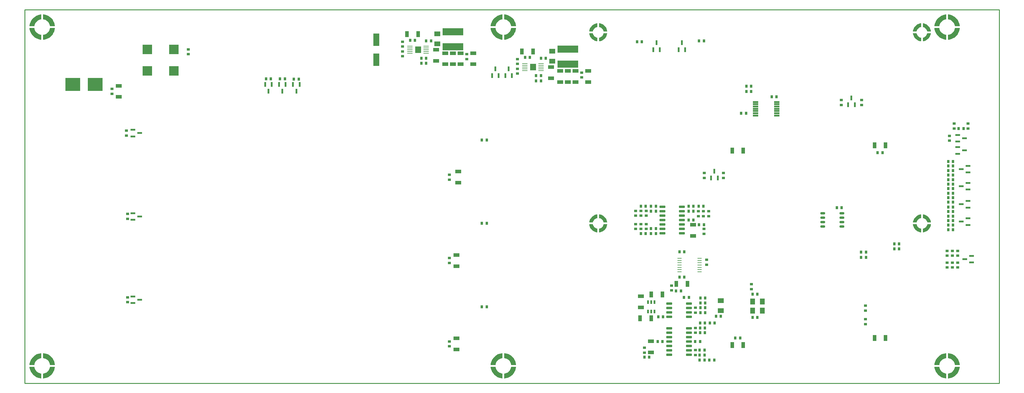
<source format=gtp>
G04 Layer_Color=10723209*
%FSLAX43Y43*%
%MOMM*%
G71*
G01*
G75*
%ADD10R,2.700X2.700*%
%ADD12R,6.000X2.000*%
%ADD13R,0.600X1.000*%
%ADD14R,1.350X0.600*%
%ADD15O,1.450X0.650*%
%ADD16R,1.800X1.340*%
%ADD17R,0.800X0.900*%
G04:AMPARAMS|DCode=18|XSize=0.45mm|YSize=1.6mm|CornerRadius=0.05mm|HoleSize=0mm|Usage=FLASHONLY|Rotation=90.000|XOffset=0mm|YOffset=0mm|HoleType=Round|Shape=RoundedRectangle|*
%AMROUNDEDRECTD18*
21,1,0.450,1.501,0,0,90.0*
21,1,0.351,1.600,0,0,90.0*
1,1,0.099,0.750,0.175*
1,1,0.099,0.750,-0.175*
1,1,0.099,-0.750,-0.175*
1,1,0.099,-0.750,0.175*
%
%ADD18ROUNDEDRECTD18*%
%ADD19R,4.240X3.810*%
%ADD20R,1.800X3.550*%
G04:AMPARAMS|DCode=22|XSize=0.65mm|YSize=1.65mm|CornerRadius=0.049mm|HoleSize=0mm|Usage=FLASHONLY|Rotation=90.000|XOffset=0mm|YOffset=0mm|HoleType=Round|Shape=RoundedRectangle|*
%AMROUNDEDRECTD22*
21,1,0.650,1.552,0,0,90.0*
21,1,0.552,1.650,0,0,90.0*
1,1,0.098,0.776,0.276*
1,1,0.098,0.776,-0.276*
1,1,0.098,-0.776,-0.276*
1,1,0.098,-0.776,0.276*
%
%ADD22ROUNDEDRECTD22*%
%ADD23R,1.700X1.000*%
%ADD24R,0.900X0.800*%
G04:AMPARAMS|DCode=26|XSize=1.73mm|YSize=1.9mm|CornerRadius=0.052mm|HoleSize=0mm|Usage=FLASHONLY|Rotation=0.000|XOffset=0mm|YOffset=0mm|HoleType=Round|Shape=RoundedRectangle|*
%AMROUNDEDRECTD26*
21,1,1.730,1.796,0,0,0.0*
21,1,1.626,1.900,0,0,0.0*
1,1,0.104,0.813,-0.898*
1,1,0.104,-0.813,-0.898*
1,1,0.104,-0.813,0.898*
1,1,0.104,0.813,0.898*
%
%ADD26ROUNDEDRECTD26*%
%ADD27R,0.600X1.350*%
%ADD28R,1.340X1.800*%
%ADD29R,1.000X1.700*%
%ADD38C,0.254*%
%ADD76O,1.300X0.250*%
G04:AMPARAMS|DCode=77|XSize=0.2mm|YSize=1.45mm|CornerRadius=0mm|HoleSize=0mm|Usage=FLASHONLY|Rotation=90.000|XOffset=0mm|YOffset=0mm|HoleType=Round|Shape=RoundedRectangle|*
%AMROUNDEDRECTD77*
21,1,0.200,1.450,0,0,90.0*
21,1,0.200,1.450,0,0,90.0*
1,1,0.000,0.725,0.100*
1,1,0.000,0.725,-0.100*
1,1,0.000,-0.725,-0.100*
1,1,0.000,-0.725,0.100*
%
%ADD77ROUNDEDRECTD77*%
G36*
X256240Y45750D02*
X256264Y45632D01*
X256340Y45402D01*
X256450Y45188D01*
X256592Y44993D01*
X256763Y44822D01*
X256958Y44680D01*
X257172Y44570D01*
X257402Y44494D01*
X257520Y44470D01*
X257520Y44470D01*
X257520D01*
X257520Y43412D01*
X257297Y43434D01*
X256864Y43553D01*
X256457Y43744D01*
X256090Y44003D01*
X255773Y44320D01*
X255514Y44688D01*
X255323Y45094D01*
X255204Y45527D01*
X255182Y45750D01*
Y45750D01*
X256241D01*
X256240Y45750D01*
D02*
G37*
G36*
X167338Y45750D02*
X167316Y45527D01*
X167197Y45094D01*
X167006Y44688D01*
X166747Y44320D01*
X166430Y44003D01*
X166062Y43744D01*
X165656Y43553D01*
X165223Y43434D01*
X165000Y43412D01*
X165000D01*
Y44471D01*
X165000Y44470D01*
X165118Y44494D01*
X165348Y44570D01*
X165562Y44680D01*
X165757Y44822D01*
X165928Y44993D01*
X166070Y45188D01*
X166180Y45402D01*
X166256Y45632D01*
X166280Y45750D01*
Y45750D01*
Y45750D01*
X167338Y45750D01*
D02*
G37*
G36*
X163220Y45750D02*
X163244Y45632D01*
X163320Y45402D01*
X163430Y45188D01*
X163572Y44993D01*
X163743Y44822D01*
X163938Y44680D01*
X164152Y44570D01*
X164382Y44494D01*
X164500Y44470D01*
X164500Y44470D01*
X164500D01*
X164500Y43412D01*
X164277Y43434D01*
X163844Y43553D01*
X163438Y43744D01*
X163070Y44003D01*
X162753Y44320D01*
X162494Y44688D01*
X162303Y45094D01*
X162184Y45527D01*
X162162Y45750D01*
Y45750D01*
X163221D01*
X163220Y45750D01*
D02*
G37*
G36*
X141141Y5250D02*
Y5250D01*
D01*
Y5250D01*
D02*
G37*
G36*
X137250Y8641D02*
Y7236D01*
X137250D01*
Y7236D01*
X137063Y7207D01*
X136699Y7103D01*
X136358Y6938D01*
X136049Y6719D01*
X135781Y6452D01*
X135562Y6143D01*
X135398Y5801D01*
X135293Y5437D01*
X135264Y5250D01*
Y5250D01*
X133859D01*
X133874Y5468D01*
X133955Y5897D01*
X134087Y6313D01*
X134268Y6710D01*
X134495Y7083D01*
X134765Y7427D01*
X135074Y7735D01*
X135417Y8005D01*
X135790Y8232D01*
X136187Y8413D01*
X136603Y8545D01*
X137032Y8626D01*
X137250Y8641D01*
D01*
X137250D01*
X137250D01*
D02*
G37*
G36*
X260358Y45750D02*
X260336Y45527D01*
X260217Y45094D01*
X260026Y44688D01*
X259767Y44320D01*
X259450Y44003D01*
X259082Y43744D01*
X258676Y43553D01*
X258243Y43434D01*
X258020Y43412D01*
X258020D01*
Y44471D01*
X258020Y44470D01*
X258138Y44494D01*
X258368Y44570D01*
X258582Y44680D01*
X258777Y44822D01*
X258948Y44993D01*
X259090Y45188D01*
X259200Y45402D01*
X259276Y45632D01*
X259300Y45750D01*
Y45750D01*
Y45750D01*
X260358Y45750D01*
D02*
G37*
G36*
X257520Y47529D02*
X257520Y47530D01*
X257402Y47506D01*
X257172Y47430D01*
X256958Y47320D01*
X256763Y47178D01*
X256592Y47007D01*
X256450Y46812D01*
X256340Y46598D01*
X256264Y46368D01*
X256240Y46250D01*
X256240D01*
Y46250D01*
X255182D01*
X255204Y46473D01*
X255323Y46906D01*
X255514Y47312D01*
X255773Y47680D01*
X256090Y47997D01*
X256457Y48256D01*
X256864Y48447D01*
X257297Y48566D01*
X257520Y48588D01*
Y48588D01*
X257520D01*
Y47529D01*
D02*
G37*
G36*
X163220Y100750D02*
X163244Y100632D01*
X163320Y100402D01*
X163430Y100188D01*
X163572Y99993D01*
X163743Y99822D01*
X163938Y99680D01*
X164152Y99570D01*
X164382Y99494D01*
X164500Y99470D01*
X164500Y99470D01*
X164500D01*
X164500Y98412D01*
X164277Y98434D01*
X163844Y98553D01*
X163438Y98744D01*
X163070Y99003D01*
X162753Y99320D01*
X162494Y99688D01*
X162303Y100094D01*
X162184Y100527D01*
X162162Y100750D01*
Y100750D01*
X163221D01*
X163220Y100750D01*
D02*
G37*
G36*
X164500Y47529D02*
X164500Y47530D01*
X164382Y47506D01*
X164152Y47430D01*
X163938Y47320D01*
X163743Y47178D01*
X163572Y47007D01*
X163430Y46812D01*
X163320Y46598D01*
X163244Y46368D01*
X163220Y46250D01*
X163220D01*
Y46250D01*
X162162D01*
X162184Y46473D01*
X162303Y46906D01*
X162494Y47312D01*
X162753Y47680D01*
X163070Y47997D01*
X163438Y48256D01*
X163844Y48447D01*
X164277Y48566D01*
X164500Y48588D01*
Y48588D01*
X164500D01*
Y47529D01*
D02*
G37*
G36*
X165223Y48566D02*
X165656Y48447D01*
X166062Y48256D01*
X166430Y47997D01*
X166747Y47680D01*
X167006Y47312D01*
X167197Y46906D01*
X167316Y46473D01*
X167338Y46250D01*
X167338Y46250D01*
Y46250D01*
X166279D01*
X166280Y46250D01*
X166256Y46368D01*
X166180Y46598D01*
X166070Y46812D01*
X165928Y47007D01*
X165757Y47178D01*
X165562Y47320D01*
X165348Y47430D01*
X165118Y47506D01*
X165000Y47530D01*
X165000D01*
Y48588D01*
X165223Y48566D01*
D02*
G37*
G36*
X258243D02*
X258676Y48447D01*
X259082Y48256D01*
X259450Y47997D01*
X259767Y47680D01*
X260026Y47312D01*
X260217Y46906D01*
X260336Y46473D01*
X260358Y46250D01*
X260358Y46250D01*
Y46250D01*
X259299D01*
X259300Y46250D01*
X259276Y46368D01*
X259200Y46598D01*
X259090Y46812D01*
X258948Y47007D01*
X258777Y47178D01*
X258582Y47320D01*
X258368Y47430D01*
X258138Y47506D01*
X258020Y47530D01*
X258020D01*
Y48588D01*
X258243Y48566D01*
D02*
G37*
G36*
X2793Y4563D02*
X2897Y4199D01*
X3062Y3858D01*
X3281Y3549D01*
X3548Y3281D01*
X3857Y3062D01*
X4199Y2898D01*
X4563Y2793D01*
X4750Y2764D01*
X4750D01*
Y1359D01*
X4750Y1359D01*
X4532Y1374D01*
X4103Y1455D01*
X3687Y1587D01*
X3290Y1768D01*
X2917Y1995D01*
X2573Y2265D01*
X2265Y2573D01*
X1995Y2917D01*
X1768Y3290D01*
X1587Y3687D01*
X1455Y4103D01*
X1374Y4532D01*
X1359Y4750D01*
X1359Y4750D01*
X2764D01*
Y4750D01*
X2793Y4563D01*
D02*
G37*
G36*
X262793D02*
X262897Y4199D01*
X263062Y3858D01*
X263281Y3549D01*
X263548Y3281D01*
X263857Y3062D01*
X264199Y2898D01*
X264563Y2793D01*
X264750Y2764D01*
X264750D01*
Y1359D01*
X264750Y1359D01*
X264532Y1374D01*
X264103Y1455D01*
X263687Y1587D01*
X263290Y1768D01*
X262917Y1995D01*
X262573Y2265D01*
X262265Y2573D01*
X261995Y2917D01*
X261768Y3290D01*
X261587Y3687D01*
X261455Y4103D01*
X261374Y4532D01*
X261359Y4750D01*
X261359Y4750D01*
X262764D01*
Y4750D01*
X262793Y4563D01*
D02*
G37*
G36*
X141141Y4750D02*
X141126Y4532D01*
X141045Y4103D01*
X140913Y3687D01*
X140732Y3290D01*
X140505Y2917D01*
X140235Y2573D01*
X139926Y2265D01*
X139583Y1995D01*
X139210Y1768D01*
X138813Y1587D01*
X138397Y1455D01*
X137968Y1374D01*
X137750Y1359D01*
X137750Y1359D01*
Y2764D01*
X137750D01*
X137937Y2793D01*
X138301Y2897D01*
X138642Y3062D01*
X138951Y3281D01*
X139219Y3548D01*
X139438Y3857D01*
X139602Y4199D01*
X139707Y4563D01*
X139736Y4750D01*
X139736Y4750D01*
X141141D01*
Y4750D01*
D02*
G37*
G36*
X8641Y4750D02*
X8626Y4532D01*
X8545Y4103D01*
X8413Y3687D01*
X8232Y3290D01*
X8005Y2917D01*
X7735Y2573D01*
X7426Y2265D01*
X7083Y1995D01*
X6710Y1768D01*
X6313Y1587D01*
X5897Y1455D01*
X5468Y1373D01*
X5250Y1359D01*
X5250Y1359D01*
Y2764D01*
X5250D01*
X5437Y2793D01*
X5801Y2897D01*
X6142Y3062D01*
X6451Y3281D01*
X6719Y3548D01*
X6938Y3857D01*
X7102Y4199D01*
X7207Y4563D01*
X7236Y4750D01*
X7236Y4750D01*
X8641D01*
Y4750D01*
D02*
G37*
G36*
X268641D02*
X268626Y4532D01*
X268545Y4103D01*
X268413Y3687D01*
X268232Y3290D01*
X268005Y2917D01*
X267735Y2573D01*
X267427Y2265D01*
X267083Y1995D01*
X266710Y1768D01*
X266313Y1587D01*
X265897Y1455D01*
X265468Y1373D01*
X265250Y1359D01*
X265250Y1359D01*
Y2764D01*
X265250D01*
X265437Y2793D01*
X265801Y2897D01*
X266142Y3062D01*
X266451Y3281D01*
X266719Y3548D01*
X266938Y3857D01*
X267102Y4199D01*
X267207Y4563D01*
X267236Y4750D01*
X267236Y4750D01*
X268641D01*
Y4750D01*
D02*
G37*
G36*
X135293Y4563D02*
X135397Y4199D01*
X135562Y3858D01*
X135781Y3549D01*
X136048Y3281D01*
X136357Y3062D01*
X136699Y2898D01*
X137063Y2793D01*
X137250Y2764D01*
X137250D01*
Y1359D01*
X137250Y1359D01*
X137032Y1374D01*
X136603Y1455D01*
X136187Y1587D01*
X135790Y1768D01*
X135417Y1995D01*
X135073Y2265D01*
X134765Y2573D01*
X134495Y2917D01*
X134268Y3290D01*
X134087Y3687D01*
X133955Y4103D01*
X133874Y4532D01*
X133859Y4750D01*
X133859Y4750D01*
X135264D01*
Y4750D01*
X135293Y4563D01*
D02*
G37*
G36*
X4750Y8641D02*
Y7236D01*
X4750D01*
Y7236D01*
X4563Y7207D01*
X4199Y7102D01*
X3858Y6938D01*
X3549Y6719D01*
X3281Y6452D01*
X3062Y6143D01*
X2898Y5801D01*
X2793Y5437D01*
X2764Y5250D01*
Y5250D01*
X1359D01*
X1374Y5468D01*
X1455Y5897D01*
X1587Y6313D01*
X1768Y6710D01*
X1995Y7083D01*
X2265Y7427D01*
X2573Y7735D01*
X2917Y8005D01*
X3290Y8232D01*
X3687Y8413D01*
X4103Y8545D01*
X4532Y8626D01*
X4750Y8641D01*
D01*
X4750D01*
X4750D01*
D02*
G37*
G36*
X264750D02*
Y7236D01*
X264750D01*
Y7236D01*
X264563Y7207D01*
X264199Y7102D01*
X263858Y6938D01*
X263549Y6719D01*
X263281Y6452D01*
X263062Y6143D01*
X262898Y5801D01*
X262793Y5437D01*
X262764Y5250D01*
Y5250D01*
X261359D01*
X261374Y5468D01*
X261455Y5897D01*
X261587Y6313D01*
X261768Y6710D01*
X261995Y7083D01*
X262265Y7427D01*
X262573Y7735D01*
X262917Y8005D01*
X263290Y8232D01*
X263687Y8413D01*
X264103Y8545D01*
X264532Y8626D01*
X264750Y8641D01*
D01*
X264750D01*
X264750D01*
D02*
G37*
G36*
X265468Y8626D02*
X265897Y8545D01*
X266313Y8413D01*
X266710Y8232D01*
X267083Y8005D01*
X267427Y7735D01*
X267735Y7426D01*
X268005Y7083D01*
X268232Y6710D01*
X268413Y6313D01*
X268545Y5897D01*
X268626Y5468D01*
X268641Y5250D01*
D01*
Y5250D01*
Y5250D01*
X267236D01*
Y5250D01*
X267236Y5250D01*
X267207Y5437D01*
X267103Y5801D01*
X266938Y6142D01*
X266719Y6451D01*
X266452Y6719D01*
X266143Y6938D01*
X265801Y7102D01*
X265437Y7207D01*
X265250Y7236D01*
X265250Y7236D01*
Y8641D01*
X265468Y8626D01*
D02*
G37*
G36*
X5468D02*
X5897Y8545D01*
X6313Y8413D01*
X6710Y8232D01*
X7083Y8005D01*
X7427Y7735D01*
X7735Y7426D01*
X8005Y7083D01*
X8232Y6710D01*
X8413Y6313D01*
X8545Y5897D01*
X8626Y5468D01*
X8641Y5250D01*
D01*
Y5250D01*
Y5250D01*
X7236D01*
Y5250D01*
X7236Y5250D01*
X7207Y5437D01*
X7103Y5801D01*
X6938Y6142D01*
X6719Y6451D01*
X6452Y6719D01*
X6143Y6938D01*
X5801Y7102D01*
X5437Y7207D01*
X5250Y7236D01*
X5250Y7236D01*
Y8641D01*
X5468Y8626D01*
D02*
G37*
G36*
X137968Y8626D02*
X138397Y8545D01*
X138813Y8413D01*
X139210Y8232D01*
X139583Y8005D01*
X139927Y7735D01*
X140235Y7426D01*
X140505Y7083D01*
X140732Y6710D01*
X140913Y6313D01*
X141045Y5897D01*
X141126Y5468D01*
X141141Y5250D01*
X139736D01*
Y5250D01*
X139736Y5250D01*
X139707Y5437D01*
X139603Y5801D01*
X139438Y6142D01*
X139219Y6451D01*
X138952Y6719D01*
X138643Y6938D01*
X138301Y7102D01*
X137937Y7207D01*
X137750Y7236D01*
X137750Y7236D01*
Y8641D01*
X137968Y8626D01*
D02*
G37*
G36*
X256220Y100750D02*
X256244Y100632D01*
X256320Y100402D01*
X256430Y100188D01*
X256572Y99993D01*
X256743Y99822D01*
X256938Y99680D01*
X257152Y99570D01*
X257382Y99494D01*
X257500Y99470D01*
X257500Y99470D01*
X257500D01*
X257500Y98412D01*
X257277Y98434D01*
X256844Y98553D01*
X256438Y98744D01*
X256070Y99003D01*
X255753Y99320D01*
X255494Y99688D01*
X255303Y100094D01*
X255184Y100527D01*
X255162Y100750D01*
Y100750D01*
X256221D01*
X256220Y100750D01*
D02*
G37*
G36*
X141141Y102750D02*
Y102750D01*
D01*
Y102750D01*
D02*
G37*
G36*
X265468Y106126D02*
X265897Y106045D01*
X266313Y105913D01*
X266710Y105732D01*
X267083Y105505D01*
X267427Y105235D01*
X267735Y104926D01*
X268005Y104583D01*
X268232Y104210D01*
X268413Y103813D01*
X268545Y103397D01*
X268626Y102968D01*
X268641Y102750D01*
D01*
Y102750D01*
Y102750D01*
X267236D01*
Y102750D01*
X267236Y102750D01*
X267207Y102937D01*
X267103Y103301D01*
X266938Y103642D01*
X266719Y103951D01*
X266452Y104219D01*
X266143Y104438D01*
X265801Y104602D01*
X265437Y104707D01*
X265250Y104736D01*
X265250Y104736D01*
Y106141D01*
X265468Y106126D01*
D02*
G37*
G36*
X5468D02*
X5897Y106045D01*
X6313Y105913D01*
X6710Y105732D01*
X7083Y105505D01*
X7427Y105235D01*
X7735Y104926D01*
X8005Y104583D01*
X8232Y104210D01*
X8413Y103813D01*
X8545Y103397D01*
X8626Y102968D01*
X8641Y102750D01*
D01*
Y102750D01*
Y102750D01*
X7236D01*
Y102750D01*
X7236Y102750D01*
X7207Y102937D01*
X7103Y103301D01*
X6938Y103642D01*
X6719Y103951D01*
X6452Y104219D01*
X6143Y104438D01*
X5801Y104602D01*
X5437Y104707D01*
X5250Y104736D01*
X5250Y104736D01*
Y106141D01*
X5468Y106126D01*
D02*
G37*
G36*
X257500Y102529D02*
X257500Y102530D01*
X257382Y102506D01*
X257152Y102430D01*
X256938Y102320D01*
X256743Y102178D01*
X256572Y102007D01*
X256430Y101812D01*
X256320Y101598D01*
X256244Y101368D01*
X256220Y101250D01*
X256220D01*
Y101250D01*
X255162D01*
X255184Y101473D01*
X255303Y101906D01*
X255494Y102312D01*
X255753Y102680D01*
X256070Y102997D01*
X256438Y103256D01*
X256844Y103447D01*
X257277Y103566D01*
X257500Y103588D01*
Y103588D01*
X257500D01*
Y102529D01*
D02*
G37*
G36*
X137968Y106126D02*
X138397Y106045D01*
X138813Y105913D01*
X139210Y105732D01*
X139583Y105505D01*
X139927Y105235D01*
X140235Y104926D01*
X140505Y104583D01*
X140732Y104210D01*
X140913Y103813D01*
X141045Y103397D01*
X141126Y102968D01*
X141141Y102750D01*
X139736D01*
Y102750D01*
X139736Y102750D01*
X139707Y102937D01*
X139603Y103301D01*
X139438Y103642D01*
X139219Y103951D01*
X138952Y104219D01*
X138643Y104438D01*
X138301Y104602D01*
X137937Y104707D01*
X137750Y104736D01*
X137750Y104736D01*
Y106141D01*
X137968Y106126D01*
D02*
G37*
G36*
X4750Y104736D02*
X4750D01*
Y104736D01*
X4563Y104707D01*
X4199Y104603D01*
X3858Y104438D01*
X3549Y104219D01*
X3281Y103952D01*
X3062Y103643D01*
X2898Y103301D01*
X2793Y102937D01*
X2764Y102750D01*
Y102750D01*
X1359D01*
X1374Y102968D01*
X1455Y103397D01*
X1587Y103813D01*
X1768Y104210D01*
X1995Y104583D01*
X2265Y104927D01*
X2573Y105235D01*
X2917Y105505D01*
X3290Y105732D01*
X3687Y105913D01*
X4103Y106045D01*
X4532Y106126D01*
X4750Y106141D01*
Y104736D01*
D02*
G37*
G36*
X137250Y106141D02*
D01*
X137250D01*
X137250D01*
D02*
G37*
G36*
X264750D02*
D01*
X264750D01*
X264750D01*
D02*
G37*
G36*
X4750D02*
D01*
X4750D01*
X4750D01*
D02*
G37*
G36*
X137250Y104736D02*
X137250D01*
Y104736D01*
X137063Y104707D01*
X136699Y104603D01*
X136358Y104438D01*
X136049Y104219D01*
X135781Y103952D01*
X135562Y103643D01*
X135398Y103301D01*
X135293Y102937D01*
X135264Y102750D01*
Y102750D01*
X133859D01*
X133874Y102968D01*
X133955Y103397D01*
X134087Y103813D01*
X134268Y104210D01*
X134495Y104583D01*
X134765Y104927D01*
X135074Y105235D01*
X135417Y105505D01*
X135790Y105732D01*
X136187Y105913D01*
X136603Y106045D01*
X137032Y106126D01*
X137250Y106141D01*
Y104736D01*
D02*
G37*
G36*
X264750D02*
X264750D01*
Y104736D01*
X264563Y104707D01*
X264199Y104603D01*
X263858Y104438D01*
X263549Y104219D01*
X263281Y103952D01*
X263062Y103643D01*
X262898Y103301D01*
X262793Y102937D01*
X262764Y102750D01*
Y102750D01*
X261359D01*
X261374Y102968D01*
X261455Y103397D01*
X261587Y103813D01*
X261768Y104210D01*
X261995Y104583D01*
X262265Y104927D01*
X262573Y105235D01*
X262917Y105505D01*
X263290Y105732D01*
X263687Y105913D01*
X264103Y106045D01*
X264532Y106126D01*
X264750Y106141D01*
Y104736D01*
D02*
G37*
G36*
X167338Y100750D02*
X167316Y100527D01*
X167197Y100094D01*
X167006Y99688D01*
X166747Y99320D01*
X166430Y99003D01*
X166062Y98744D01*
X165656Y98553D01*
X165223Y98434D01*
X165000Y98412D01*
X165000D01*
Y99471D01*
X165000Y99470D01*
X165118Y99494D01*
X165348Y99570D01*
X165562Y99680D01*
X165757Y99822D01*
X165928Y99993D01*
X166070Y100188D01*
X166180Y100402D01*
X166256Y100632D01*
X166280Y100750D01*
Y100750D01*
Y100750D01*
X167338Y100750D01*
D02*
G37*
G36*
X260338D02*
X260316Y100527D01*
X260197Y100094D01*
X260006Y99688D01*
X259747Y99320D01*
X259430Y99003D01*
X259062Y98744D01*
X258656Y98553D01*
X258223Y98434D01*
X258000Y98412D01*
X258000D01*
Y99471D01*
X258000Y99470D01*
X258118Y99494D01*
X258348Y99570D01*
X258562Y99680D01*
X258757Y99822D01*
X258928Y99993D01*
X259070Y100188D01*
X259180Y100402D01*
X259256Y100632D01*
X259280Y100750D01*
Y100750D01*
Y100750D01*
X260338Y100750D01*
D02*
G37*
G36*
X268641Y102250D02*
X268626Y102032D01*
X268545Y101603D01*
X268413Y101187D01*
X268232Y100790D01*
X268005Y100417D01*
X267735Y100073D01*
X267427Y99765D01*
X267083Y99495D01*
X266710Y99268D01*
X266313Y99087D01*
X265897Y98955D01*
X265468Y98874D01*
X265250Y98859D01*
X265250Y98859D01*
Y100264D01*
X265250D01*
X265437Y100293D01*
X265801Y100397D01*
X266142Y100562D01*
X266451Y100781D01*
X266719Y101048D01*
X266938Y101357D01*
X267102Y101699D01*
X267207Y102063D01*
X267236Y102250D01*
X267236Y102250D01*
X268641D01*
Y102250D01*
D02*
G37*
G36*
X8641D02*
X8626Y102032D01*
X8545Y101603D01*
X8413Y101187D01*
X8232Y100790D01*
X8005Y100417D01*
X7735Y100073D01*
X7426Y99765D01*
X7083Y99495D01*
X6710Y99268D01*
X6313Y99087D01*
X5897Y98955D01*
X5468Y98874D01*
X5250Y98859D01*
X5250Y98859D01*
Y100264D01*
X5250D01*
X5437Y100293D01*
X5801Y100397D01*
X6142Y100562D01*
X6451Y100781D01*
X6719Y101048D01*
X6938Y101357D01*
X7102Y101699D01*
X7207Y102063D01*
X7236Y102250D01*
X7236Y102250D01*
X8641D01*
Y102250D01*
D02*
G37*
G36*
X141141D02*
X141126Y102032D01*
X141045Y101603D01*
X140913Y101187D01*
X140732Y100790D01*
X140505Y100417D01*
X140235Y100073D01*
X139926Y99765D01*
X139583Y99495D01*
X139210Y99268D01*
X138813Y99087D01*
X138397Y98955D01*
X137968Y98874D01*
X137750Y98859D01*
X137750Y98859D01*
Y100264D01*
X137750D01*
X137937Y100293D01*
X138301Y100397D01*
X138642Y100562D01*
X138951Y100781D01*
X139219Y101048D01*
X139438Y101357D01*
X139602Y101699D01*
X139707Y102063D01*
X139736Y102250D01*
X139736Y102250D01*
X141141D01*
Y102250D01*
D02*
G37*
G36*
X165223Y103566D02*
X165656Y103447D01*
X166062Y103256D01*
X166430Y102997D01*
X166747Y102680D01*
X167006Y102312D01*
X167197Y101906D01*
X167316Y101473D01*
X167338Y101250D01*
X167338Y101250D01*
Y101250D01*
X166279D01*
X166280Y101250D01*
X166256Y101368D01*
X166180Y101598D01*
X166070Y101812D01*
X165928Y102007D01*
X165757Y102178D01*
X165562Y102320D01*
X165348Y102430D01*
X165118Y102506D01*
X165000Y102530D01*
X165000D01*
Y103588D01*
X165223Y103566D01*
D02*
G37*
G36*
X262793Y102063D02*
X262897Y101699D01*
X263062Y101358D01*
X263281Y101049D01*
X263548Y100781D01*
X263857Y100562D01*
X264199Y100398D01*
X264563Y100293D01*
X264750Y100264D01*
X264750D01*
Y98859D01*
X264750Y98859D01*
X264532Y98874D01*
X264103Y98955D01*
X263687Y99087D01*
X263290Y99268D01*
X262917Y99495D01*
X262573Y99765D01*
X262265Y100074D01*
X261995Y100417D01*
X261768Y100790D01*
X261587Y101187D01*
X261455Y101603D01*
X261374Y102032D01*
X261359Y102250D01*
X261359Y102250D01*
X262764D01*
Y102250D01*
X262793Y102063D01*
D02*
G37*
G36*
X164500Y102529D02*
X164500Y102530D01*
X164382Y102506D01*
X164152Y102430D01*
X163938Y102320D01*
X163743Y102178D01*
X163572Y102007D01*
X163430Y101812D01*
X163320Y101598D01*
X163244Y101368D01*
X163220Y101250D01*
X163220D01*
Y101250D01*
X162162D01*
X162184Y101473D01*
X162303Y101906D01*
X162494Y102312D01*
X162753Y102680D01*
X163070Y102997D01*
X163438Y103256D01*
X163844Y103447D01*
X164277Y103566D01*
X164500Y103588D01*
Y103588D01*
X164500D01*
Y102529D01*
D02*
G37*
G36*
X135293Y102063D02*
X135397Y101699D01*
X135562Y101358D01*
X135781Y101049D01*
X136048Y100781D01*
X136357Y100562D01*
X136699Y100398D01*
X137063Y100293D01*
X137250Y100264D01*
X137250D01*
Y98859D01*
X137250Y98859D01*
X137032Y98874D01*
X136603Y98955D01*
X136187Y99087D01*
X135790Y99268D01*
X135417Y99495D01*
X135073Y99765D01*
X134765Y100074D01*
X134495Y100417D01*
X134268Y100790D01*
X134087Y101187D01*
X133955Y101603D01*
X133874Y102032D01*
X133859Y102250D01*
X133859Y102250D01*
X135264D01*
Y102250D01*
X135293Y102063D01*
D02*
G37*
G36*
X258223Y103566D02*
X258656Y103447D01*
X259062Y103256D01*
X259430Y102997D01*
X259747Y102680D01*
X260006Y102312D01*
X260197Y101906D01*
X260316Y101473D01*
X260338Y101250D01*
X260338Y101250D01*
Y101250D01*
X259279D01*
X259280Y101250D01*
X259256Y101368D01*
X259180Y101598D01*
X259070Y101812D01*
X258928Y102007D01*
X258757Y102178D01*
X258562Y102320D01*
X258348Y102430D01*
X258118Y102506D01*
X258000Y102530D01*
X258000D01*
Y103588D01*
X258223Y103566D01*
D02*
G37*
G36*
X2793Y102063D02*
X2897Y101699D01*
X3062Y101358D01*
X3281Y101049D01*
X3548Y100781D01*
X3857Y100562D01*
X4199Y100398D01*
X4563Y100293D01*
X4750Y100264D01*
X4750D01*
Y98859D01*
X4750Y98859D01*
X4532Y98874D01*
X4103Y98955D01*
X3687Y99087D01*
X3290Y99268D01*
X2917Y99495D01*
X2573Y99765D01*
X2265Y100074D01*
X1995Y100417D01*
X1768Y100790D01*
X1587Y101187D01*
X1455Y101603D01*
X1374Y102032D01*
X1359Y102250D01*
X1359Y102250D01*
X2764D01*
Y102250D01*
X2793Y102063D01*
D02*
G37*
D10*
X35190Y96110D02*
D03*
X42810D02*
D03*
Y89890D02*
D03*
X35190D02*
D03*
D12*
X156000Y96150D02*
D03*
Y91850D02*
D03*
X123000Y101150D02*
D03*
Y96850D02*
D03*
D13*
X179050Y23375D02*
D03*
X180000D02*
D03*
X180950D02*
D03*
Y20625D02*
D03*
X180000D02*
D03*
X179050D02*
D03*
D14*
X268025Y71450D02*
D03*
Y69550D02*
D03*
X269975Y70500D02*
D03*
Y67000D02*
D03*
X268025Y66050D02*
D03*
Y67950D02*
D03*
X32975Y72000D02*
D03*
X31025Y71050D02*
D03*
Y72950D02*
D03*
X32975Y48000D02*
D03*
X31025Y47050D02*
D03*
Y48950D02*
D03*
X32975Y24000D02*
D03*
X31025Y23050D02*
D03*
Y24950D02*
D03*
X269025Y61600D02*
D03*
X270975Y62550D02*
D03*
Y60650D02*
D03*
X269025Y56700D02*
D03*
X270975Y57650D02*
D03*
Y55750D02*
D03*
X269025Y51500D02*
D03*
X270975Y52450D02*
D03*
Y50550D02*
D03*
X269025Y46500D02*
D03*
X270975Y47450D02*
D03*
Y45550D02*
D03*
X271975Y34750D02*
D03*
Y36650D02*
D03*
X270025Y35700D02*
D03*
D15*
X229275Y48905D02*
D03*
Y47635D02*
D03*
Y46365D02*
D03*
Y45095D02*
D03*
X234725Y48905D02*
D03*
Y47635D02*
D03*
Y46365D02*
D03*
Y45095D02*
D03*
D16*
X151500Y92670D02*
D03*
Y95530D02*
D03*
X200000Y20870D02*
D03*
Y23730D02*
D03*
X118500Y100530D02*
D03*
Y97670D02*
D03*
D17*
X241700Y36200D02*
D03*
X240300D02*
D03*
X269700Y73300D02*
D03*
X268300D02*
D03*
X193700Y98500D02*
D03*
X195100D02*
D03*
X210500Y25600D02*
D03*
X209100D02*
D03*
X198600Y19300D02*
D03*
X200000D02*
D03*
X210500Y18900D02*
D03*
X209100D02*
D03*
X265300Y44200D02*
D03*
X266700D02*
D03*
X265300Y48100D02*
D03*
X266700D02*
D03*
X265300Y49400D02*
D03*
X266700D02*
D03*
X265300Y53400D02*
D03*
X266700D02*
D03*
X265300Y54700D02*
D03*
X266700D02*
D03*
X265300Y58600D02*
D03*
X266700D02*
D03*
X265300Y59900D02*
D03*
X266700D02*
D03*
X265300Y63800D02*
D03*
X266700D02*
D03*
Y62500D02*
D03*
X265300D02*
D03*
X266700Y61200D02*
D03*
X265300D02*
D03*
X266700Y57300D02*
D03*
X265300D02*
D03*
X266700Y56000D02*
D03*
X265300D02*
D03*
X195300Y9500D02*
D03*
X193900D02*
D03*
Y6700D02*
D03*
X195300D02*
D03*
Y8100D02*
D03*
X193900D02*
D03*
X189400Y24700D02*
D03*
X190800D02*
D03*
X182000Y19100D02*
D03*
X183400D02*
D03*
X194000Y12000D02*
D03*
X192600D02*
D03*
X266700Y52100D02*
D03*
X265300D02*
D03*
X266700Y50700D02*
D03*
X265300D02*
D03*
X266700Y46800D02*
D03*
X265300D02*
D03*
X266700Y45500D02*
D03*
X265300D02*
D03*
X70700Y87600D02*
D03*
X69300D02*
D03*
X74700D02*
D03*
X73300D02*
D03*
X78700Y87500D02*
D03*
X77300D02*
D03*
X113900Y93500D02*
D03*
X115300D02*
D03*
Y92100D02*
D03*
X113900D02*
D03*
X146900Y88500D02*
D03*
X148300D02*
D03*
Y87000D02*
D03*
X146900D02*
D03*
X132700Y70000D02*
D03*
X131300D02*
D03*
X192100Y49500D02*
D03*
X190700D02*
D03*
Y50900D02*
D03*
X192100D02*
D03*
X132700Y46000D02*
D03*
X131300D02*
D03*
X179900Y49500D02*
D03*
X181300D02*
D03*
Y50900D02*
D03*
X179900D02*
D03*
X132700Y22000D02*
D03*
X131300D02*
D03*
X179900Y44500D02*
D03*
X181300D02*
D03*
Y43100D02*
D03*
X179900D02*
D03*
X195500Y20300D02*
D03*
X194100D02*
D03*
Y24500D02*
D03*
X195500D02*
D03*
Y21700D02*
D03*
X194100D02*
D03*
X195400Y14500D02*
D03*
X194000D02*
D03*
X195400Y15900D02*
D03*
X194000D02*
D03*
Y17300D02*
D03*
X195400D02*
D03*
X193700Y45600D02*
D03*
X195100D02*
D03*
X179400Y7500D02*
D03*
X178000D02*
D03*
X214600Y82400D02*
D03*
X216000D02*
D03*
X177300Y98300D02*
D03*
X175900D02*
D03*
X110700Y98700D02*
D03*
X112100D02*
D03*
X116700Y98500D02*
D03*
X115300D02*
D03*
X145100Y93800D02*
D03*
X143700D02*
D03*
X149700Y93500D02*
D03*
X148300D02*
D03*
X233300Y50500D02*
D03*
X234700D02*
D03*
X246430Y66370D02*
D03*
X245030D02*
D03*
X204130Y12970D02*
D03*
X205530D02*
D03*
X192100Y47000D02*
D03*
X190700D02*
D03*
X189500Y30500D02*
D03*
X188100D02*
D03*
X188500Y26600D02*
D03*
X187100D02*
D03*
X193600Y50900D02*
D03*
X195000D02*
D03*
X178400D02*
D03*
X177000D02*
D03*
X189500Y37800D02*
D03*
X188100D02*
D03*
X178400Y43100D02*
D03*
X177000D02*
D03*
X181800Y12000D02*
D03*
X183200D02*
D03*
X196700Y6700D02*
D03*
X198100D02*
D03*
X195500Y23100D02*
D03*
X194100D02*
D03*
X198200Y17300D02*
D03*
X196800D02*
D03*
X205800Y77700D02*
D03*
X207200D02*
D03*
X207300Y84000D02*
D03*
X208700D02*
D03*
X207300Y85500D02*
D03*
X208700D02*
D03*
X251200Y40100D02*
D03*
X249800D02*
D03*
X240300Y37700D02*
D03*
X241700D02*
D03*
X249800Y38700D02*
D03*
X251200D02*
D03*
D18*
X209950Y80950D02*
D03*
Y80300D02*
D03*
Y79650D02*
D03*
Y79000D02*
D03*
Y78350D02*
D03*
Y77700D02*
D03*
Y77050D02*
D03*
X216050Y80950D02*
D03*
Y80300D02*
D03*
Y79650D02*
D03*
Y79000D02*
D03*
Y78350D02*
D03*
Y77700D02*
D03*
Y77050D02*
D03*
D19*
X13815Y86000D02*
D03*
X20185D02*
D03*
D20*
X101000Y98875D02*
D03*
Y93125D02*
D03*
D22*
X185175Y15810D02*
D03*
Y14540D02*
D03*
Y13270D02*
D03*
Y12000D02*
D03*
Y10730D02*
D03*
Y9460D02*
D03*
Y8190D02*
D03*
X190825Y15810D02*
D03*
Y14540D02*
D03*
Y13270D02*
D03*
Y12000D02*
D03*
Y10730D02*
D03*
Y9460D02*
D03*
Y8190D02*
D03*
X185175Y22905D02*
D03*
Y21635D02*
D03*
Y20365D02*
D03*
Y19095D02*
D03*
X190825Y22905D02*
D03*
Y21635D02*
D03*
Y20365D02*
D03*
Y19095D02*
D03*
X188825Y43190D02*
D03*
Y44460D02*
D03*
Y45730D02*
D03*
Y47000D02*
D03*
Y48270D02*
D03*
Y49540D02*
D03*
Y50810D02*
D03*
X183175Y43190D02*
D03*
Y44460D02*
D03*
Y45730D02*
D03*
Y47000D02*
D03*
Y48270D02*
D03*
Y49540D02*
D03*
Y50810D02*
D03*
D23*
X179900Y8900D02*
D03*
Y12100D02*
D03*
X151200Y91000D02*
D03*
Y87800D02*
D03*
X128800Y91800D02*
D03*
Y95000D02*
D03*
X161900Y86700D02*
D03*
Y89900D02*
D03*
X125200Y95000D02*
D03*
Y91800D02*
D03*
X177000Y25000D02*
D03*
Y21800D02*
D03*
X118200Y96000D02*
D03*
Y92800D02*
D03*
X123000Y95000D02*
D03*
Y91800D02*
D03*
X120800Y95000D02*
D03*
Y91800D02*
D03*
X158200Y89900D02*
D03*
Y86700D02*
D03*
X156000Y89900D02*
D03*
Y86700D02*
D03*
X153800Y89900D02*
D03*
Y86700D02*
D03*
X27000Y85600D02*
D03*
Y82400D02*
D03*
X192000Y45600D02*
D03*
Y42400D02*
D03*
X124500Y60900D02*
D03*
Y57700D02*
D03*
X124000Y36900D02*
D03*
Y33700D02*
D03*
Y12900D02*
D03*
Y9700D02*
D03*
D24*
X267000Y73300D02*
D03*
Y74700D02*
D03*
X241500Y18400D02*
D03*
Y17000D02*
D03*
X208800Y28500D02*
D03*
Y27100D02*
D03*
X241500Y20900D02*
D03*
Y22300D02*
D03*
X195900Y34100D02*
D03*
Y35500D02*
D03*
X268000Y33300D02*
D03*
Y34700D02*
D03*
Y38100D02*
D03*
Y36700D02*
D03*
X29200Y72700D02*
D03*
Y71300D02*
D03*
X234600Y81500D02*
D03*
Y80100D02*
D03*
X29500Y48700D02*
D03*
Y47300D02*
D03*
X240400Y81500D02*
D03*
Y80100D02*
D03*
X29500Y24700D02*
D03*
Y23300D02*
D03*
X108500Y98300D02*
D03*
Y96900D02*
D03*
X141500Y93300D02*
D03*
Y91900D02*
D03*
X195000Y49500D02*
D03*
Y48100D02*
D03*
X196500D02*
D03*
Y49500D02*
D03*
X177000Y49600D02*
D03*
Y48200D02*
D03*
X175500D02*
D03*
Y49600D02*
D03*
X177000Y44400D02*
D03*
Y45800D02*
D03*
X175500D02*
D03*
Y44400D02*
D03*
X185800Y28100D02*
D03*
Y26700D02*
D03*
X108500Y95500D02*
D03*
Y94100D02*
D03*
X127000Y94700D02*
D03*
Y93300D02*
D03*
X141500Y89100D02*
D03*
Y90500D02*
D03*
X160000Y88000D02*
D03*
Y89400D02*
D03*
X47000Y94700D02*
D03*
Y96100D02*
D03*
X25000Y83300D02*
D03*
Y84700D02*
D03*
X200730Y60470D02*
D03*
Y59070D02*
D03*
X195230Y60470D02*
D03*
Y59070D02*
D03*
X195100Y43000D02*
D03*
Y44400D02*
D03*
X122000Y58600D02*
D03*
Y60000D02*
D03*
X193500Y49500D02*
D03*
Y48100D02*
D03*
X122000Y34600D02*
D03*
Y36000D02*
D03*
X178500Y49600D02*
D03*
Y48200D02*
D03*
X122000Y10600D02*
D03*
Y12000D02*
D03*
X178500Y44400D02*
D03*
Y45800D02*
D03*
X178000Y10200D02*
D03*
Y8800D02*
D03*
X192700Y9500D02*
D03*
Y8100D02*
D03*
Y20300D02*
D03*
Y21700D02*
D03*
Y14500D02*
D03*
Y15900D02*
D03*
X271000Y73300D02*
D03*
Y74700D02*
D03*
X266500Y38100D02*
D03*
Y36700D02*
D03*
Y33300D02*
D03*
Y34700D02*
D03*
X265000Y38100D02*
D03*
Y36700D02*
D03*
Y34700D02*
D03*
Y33300D02*
D03*
X265700Y71200D02*
D03*
Y69800D02*
D03*
D26*
X146000Y91000D02*
D03*
X113000Y96000D02*
D03*
D27*
X139000Y90475D02*
D03*
X139950Y88525D02*
D03*
X138050D02*
D03*
X135200Y90475D02*
D03*
X136150Y88525D02*
D03*
X134250D02*
D03*
X198130Y61045D02*
D03*
X199080Y59095D02*
D03*
X197180D02*
D03*
X70000Y84025D02*
D03*
X69050Y85975D02*
D03*
X70950D02*
D03*
X74000Y84025D02*
D03*
X73050Y85975D02*
D03*
X74950D02*
D03*
X78000Y84025D02*
D03*
X77050Y85975D02*
D03*
X78950D02*
D03*
X188800Y97975D02*
D03*
X189750Y96025D02*
D03*
X187850D02*
D03*
X181500Y97975D02*
D03*
X182450Y96025D02*
D03*
X180550D02*
D03*
X237500Y82075D02*
D03*
X238450Y80125D02*
D03*
X236550D02*
D03*
D28*
X211930Y23500D02*
D03*
X209070D02*
D03*
X211930Y20900D02*
D03*
X209070D02*
D03*
D29*
X180000Y18700D02*
D03*
X176800D02*
D03*
X180000Y25500D02*
D03*
X183200D02*
D03*
X109800Y100500D02*
D03*
X113000D02*
D03*
X142800Y95500D02*
D03*
X146000D02*
D03*
X203230Y66970D02*
D03*
X206430D02*
D03*
X247330Y12970D02*
D03*
X244130D02*
D03*
Y68470D02*
D03*
X247330D02*
D03*
X206430Y10970D02*
D03*
X203230D02*
D03*
X187200Y28600D02*
D03*
X190400D02*
D03*
D38*
X0Y0D02*
X280000D01*
Y107500D01*
X0D02*
X280000D01*
X0Y0D02*
Y107500D01*
D76*
X193875Y32050D02*
D03*
Y32700D02*
D03*
Y33350D02*
D03*
Y34000D02*
D03*
Y34650D02*
D03*
Y35300D02*
D03*
Y35950D02*
D03*
X188125Y32050D02*
D03*
Y32700D02*
D03*
Y33350D02*
D03*
Y34000D02*
D03*
Y34650D02*
D03*
Y35300D02*
D03*
Y35950D02*
D03*
D77*
X148325Y90000D02*
D03*
Y90500D02*
D03*
Y91000D02*
D03*
Y91500D02*
D03*
X143675Y90000D02*
D03*
Y90500D02*
D03*
Y91000D02*
D03*
Y91500D02*
D03*
Y92000D02*
D03*
X148325D02*
D03*
X115325Y97000D02*
D03*
X110675D02*
D03*
Y96500D02*
D03*
Y96000D02*
D03*
Y95500D02*
D03*
Y95000D02*
D03*
X115325Y96500D02*
D03*
Y96000D02*
D03*
Y95500D02*
D03*
Y95000D02*
D03*
M02*

</source>
